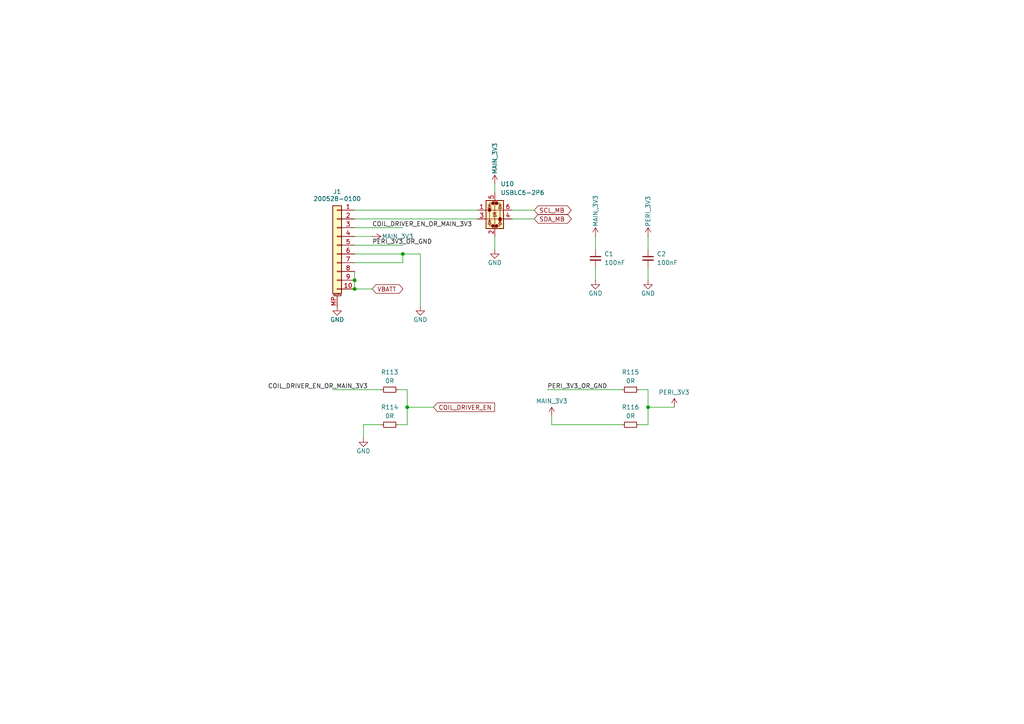
<source format=kicad_sch>
(kicad_sch (version 20231120) (generator "eeschema") (generator_version "8.0")
  (paper "A4")
  (lib_symbols
    (symbol "Connector_Generic_MountingPin:Conn_01x10_MountingPin" (pin_names (offset 1.016) hide)
      (property "Reference" "J" (at 0 12.7 0))
      (property "Value" "Conn_01x10_MountingPin" (at 1.27 -15.24 0))
      (symbol "Conn_01x10_MountingPin_1_1"
        (rectangle (start -1.27 -12.573) (end 0 -12.827) (stroke (width 0.1524)))
        (rectangle (start -1.27 -10.033) (end 0 -10.287) (stroke (width 0.1524)))
        (rectangle (start -1.27 -7.493) (end 0 -7.747) (stroke (width 0.1524)))
        (rectangle (start -1.27 -4.953) (end 0 -5.207) (stroke (width 0.1524)))
        (rectangle (start -1.27 -2.413) (end 0 -2.667) (stroke (width 0.1524)))
        (rectangle (start -1.27 0.127) (end 0 -0.127) (stroke (width 0.1524)))
        (rectangle (start -1.27 2.667) (end 0 2.413) (stroke (width 0.1524)))
        (rectangle (start -1.27 5.207) (end 0 4.953) (stroke (width 0.1524)))
        (rectangle (start -1.27 7.747) (end 0 7.493) (stroke (width 0.1524)))
        (rectangle (start -1.27 10.287) (end 0 10.033) (stroke (width 0.1524)))
        (rectangle (start -1.27 11.43) (end 1.27 -13.97) (stroke (width 0.254)) (fill (type background)))
        (polyline (pts (xy -1.016 -14.732) (xy 1.016 -14.732)) (stroke (width 0.1524)))
        (text "Mounting" (at 0 -14.351 0) (effects (font (size 0.381 0.381))))
        (pin passive line (at -5.08 10.16 0) (length 3.81) (name "Pin_1") (number "1"))
        (pin passive line (at -5.08 -12.7 0) (length 3.81) (name "Pin_10") (number "10"))
        (pin passive line (at -5.08 7.62 0) (length 3.81) (name "Pin_2") (number "2"))
        (pin passive line (at -5.08 5.08 0) (length 3.81) (name "Pin_3") (number "3"))
        (pin passive line (at -5.08 2.54 0) (length 3.81) (name "Pin_4") (number "4"))
        (pin passive line (at -5.08 0 0) (length 3.81) (name "Pin_5") (number "5"))
        (pin passive line (at -5.08 -2.54 0) (length 3.81) (name "Pin_6") (number "6"))
        (pin passive line (at -5.08 -5.08 0) (length 3.81) (name "Pin_7") (number "7"))
        (pin passive line (at -5.08 -7.62 0) (length 3.81) (name "Pin_8") (number "8"))
        (pin passive line (at -5.08 -10.16 0) (length 3.81) (name "Pin_9") (number "9"))
        (pin passive line (at 0 -17.78 90) (length 3.048) (name "MountPin") (number "MP"))
      )
    )
    (symbol "Device:C_Small" (pin_numbers hide) (pin_names (offset 0.254) hide)
      (property "Reference" "C" (at 0.254 1.778 0))
      (property "Value" "C_Small" (at 0.254 -2.032 0))
      (symbol "C_Small_0_1"
        (polyline (pts (xy -1.524 -0.508) (xy 1.524 -0.508)) (stroke (width 0.3302)))
        (polyline (pts (xy -1.524 0.508) (xy 1.524 0.508)) (stroke (width 0.3048)))
      )
      (symbol "C_Small_1_1"
        (pin passive line (at 0 2.54 270) (length 2.032) (name "~") (number "1"))
        (pin passive line (at 0 -2.54 90) (length 2.032) (name "~") (number "2"))
      )
    )
    (symbol "Device:R_Small" (pin_numbers hide) (pin_names (offset 0.254) hide)
      (property "Reference" "R" (at 0.762 0.508 0))
      (property "Value" "R_Small" (at 0.762 -1.016 0))
      (symbol "R_Small_0_1"
        (rectangle (start -0.762 1.778) (end 0.762 -1.778) (stroke (width 0.2032)))
      )
      (symbol "R_Small_1_1"
        (pin passive line (at 0 2.54 270) (length 0.762) (name "~") (number "1"))
        (pin passive line (at 0 -2.54 90) (length 0.762) (name "~") (number "2"))
      )
    )
    (symbol "Power_Protection:USBLC6-2P6" (pin_names hide)
      (property "Reference" "U" (at 0.635 5.715 0))
      (property "Value" "USBLC6-2P6" (at 0.635 3.81 0))
      (symbol "USBLC6-2P6_0_0"
        (circle (center -1.524 0) (radius 0.0001) (stroke (width 0.508)))
        (circle (center -0.508 -4.572) (radius 0.0001) (stroke (width 0.508)))
        (circle (center -0.508 2.032) (radius 0.0001) (stroke (width 0.508)))
        (circle (center 0.508 -4.572) (radius 0.0001) (stroke (width 0.508)))
        (circle (center 0.508 2.032) (radius 0.0001) (stroke (width 0.508)))
        (circle (center 1.524 -2.54) (radius 0.0001) (stroke (width 0.508)))
      )
      (symbol "USBLC6-2P6_0_1"
        (polyline (pts (xy -2.54 -2.54) (xy 2.54 -2.54)))
        (polyline (pts (xy -2.54 0) (xy 2.54 0)))
        (polyline (pts (xy -2.032 -3.048) (xy -1.016 -3.048)))
        (polyline (pts (xy -1.016 1.524) (xy -2.032 1.524)))
        (polyline (pts (xy 1.016 -3.048) (xy 2.032 -3.048)))
        (polyline (pts (xy 1.016 1.524) (xy 2.032 1.524)))
        (polyline (pts (xy -0.508 -1.143) (xy -0.508 -0.762) (xy 0.508 -0.762)))
        (polyline (pts (xy -2.032 0.508) (xy -1.016 0.508) (xy -1.524 1.524) (xy -2.032 0.508)))
        (polyline (pts (xy -1.016 -4.064) (xy -2.032 -4.064) (xy -1.524 -3.048) (xy -1.016 -4.064)))
        (polyline (pts (xy 0.508 -1.778) (xy -0.508 -1.778) (xy 0 -0.762) (xy 0.508 -1.778)))
        (polyline (pts (xy 2.032 -4.064) (xy 1.016 -4.064) (xy 1.524 -3.048) (xy 2.032 -4.064)))
        (polyline (pts (xy 2.032 0.508) (xy 1.016 0.508) (xy 1.524 1.524) (xy 2.032 0.508)))
        (polyline (pts (xy 0 2.54) (xy -0.508 2.032) (xy 0.508 2.032) (xy 0 1.524) (xy 0 -4.064) (xy -0.508 -4.572) (xy 0.508 -4.572) (xy 0 -5.08)))
      )
      (symbol "USBLC6-2P6_1_1"
        (rectangle (start -2.54 2.794) (end 2.54 -5.334) (stroke (width 0.254)) (fill (type background)))
        (polyline (pts (xy -0.508 2.032) (xy -1.524 2.032) (xy -1.524 -4.572) (xy -0.508 -4.572)))
        (polyline (pts (xy 0.508 -4.572) (xy 1.524 -4.572) (xy 1.524 2.032) (xy 0.508 2.032)))
        (pin passive line (at -5.08 0 0) (length 2.54) (name "I/O1") (number "1"))
        (pin passive line (at 0 -7.62 90) (length 2.54) (name "GND") (number "2"))
        (pin passive line (at -5.08 -2.54 0) (length 2.54) (name "I/O2") (number "3"))
        (pin passive line (at 5.08 -2.54 180) (length 2.54) (name "I/O2") (number "4"))
        (pin passive line (at 0 5.08 270) (length 2.54) (name "VBUS") (number "5"))
        (pin passive line (at 5.08 0 180) (length 2.54) (name "I/O1") (number "6"))
      )
    )
    (symbol "power:+3.3V" (power) (pin_numbers hide) (pin_names (offset 0) hide)
      (property "Value" "+3.3V" (at 0 3.556 0))
      (symbol "+3.3V_0_1"
        (polyline (pts (xy -0.762 1.27) (xy 0 2.54)))
        (polyline (pts (xy 0 0) (xy 0 2.54)))
        (polyline (pts (xy 0 2.54) (xy 0.762 1.27)))
      )
      (symbol "+3.3V_1_1"
        (pin power_in line (at 0 0 90) (length 0) (name "~") (number "1"))
      )
    )
    (symbol "power:GND" (power) (pin_numbers hide) (pin_names (offset 0) hide)
      (property "Value" "GND" (at 0 -3.81 0))
      (symbol "GND_0_1"
        (polyline (pts (xy 0 0) (xy 0 -1.27) (xy 1.27 -1.27) (xy 0 -2.54) (xy -1.27 -1.27) (xy 0 -1.27)))
      )
      (symbol "GND_1_1"
        (pin power_in line (at 0 0 270) (length 0) (name "~") (number "1"))
      )
    )
  )
  (junction (at 187.96 118.11))
  (junction (at 116.84 73.66))
  (junction (at 118.11 118.11))
  (junction (at 102.87 81.28))
  (junction (at 102.87 83.82))
  (wire (pts (xy 96.52 113.03) (xy 110.49 113.03)))
  (wire (pts (xy 102.87 81.28) (xy 102.87 83.82)))
  (wire (pts (xy 187.96 68.58) (xy 187.96 72.39)))
  (wire (pts (xy 102.87 76.2) (xy 116.84 76.2)))
  (wire (pts (xy 102.87 60.96) (xy 138.43 60.96)))
  (wire (pts (xy 187.96 113.03) (xy 187.96 118.11)))
  (wire (pts (xy 160.02 120.65) (xy 160.02 123.19)))
  (wire (pts (xy 102.87 63.5) (xy 138.43 63.5)))
  (wire (pts (xy 187.96 123.19) (xy 185.42 123.19)))
  (wire (pts (xy 148.59 63.5) (xy 154.94 63.5)))
  (wire (pts (xy 172.72 68.58) (xy 172.72 72.39)))
  (wire (pts (xy 102.87 83.82) (xy 107.95 83.82)))
  (wire (pts (xy 172.72 77.47) (xy 172.72 81.28)))
  (wire (pts (xy 116.84 73.66) (xy 121.92 73.66)))
  (wire (pts (xy 185.42 113.03) (xy 187.96 113.03)))
  (wire (pts (xy 102.87 71.12) (xy 116.84 71.12)))
  (wire (pts (xy 187.96 118.11) (xy 195.58 118.11)))
  (wire (pts (xy 116.84 76.2) (xy 116.84 73.66)))
  (wire (pts (xy 118.11 123.19) (xy 115.57 123.19)))
  (wire (pts (xy 118.11 113.03) (xy 118.11 118.11)))
  (wire (pts (xy 105.41 123.19) (xy 105.41 127)))
  (wire (pts (xy 143.51 53.34) (xy 143.51 55.88)))
  (wire (pts (xy 158.75 113.03) (xy 180.34 113.03)))
  (wire (pts (xy 115.57 113.03) (xy 118.11 113.03)))
  (wire (pts (xy 148.59 60.96) (xy 154.94 60.96)))
  (wire (pts (xy 121.92 73.66) (xy 121.92 88.9)))
  (wire (pts (xy 160.02 123.19) (xy 180.34 123.19)))
  (wire (pts (xy 107.95 68.58) (xy 102.87 68.58)))
  (wire (pts (xy 118.11 118.11) (xy 118.11 123.19)))
  (wire (pts (xy 143.51 68.58) (xy 143.51 72.39)))
  (wire (pts (xy 102.87 78.74) (xy 102.87 81.28)))
  (wire (pts (xy 187.96 118.11) (xy 187.96 123.19)))
  (wire (pts (xy 102.87 73.66) (xy 116.84 73.66)))
  (wire (pts (xy 102.87 66.04) (xy 116.84 66.04)))
  (wire (pts (xy 110.49 123.19) (xy 105.41 123.19)))
  (wire (pts (xy 187.96 77.47) (xy 187.96 81.28)))
  (wire (pts (xy 118.11 118.11) (xy 125.73 118.11)))
  (label "COIL_DRIVER_EN_OR_MAIN_3V3" (at 107.95 66.04 0))
  (label "PERI_3V3_OR_GND" (at 107.95 71.12 0))
  (label "PERI_3V3_OR_GND" (at 158.75 113.03 0))
  (label "COIL_DRIVER_EN_OR_MAIN_3V3" (at 106.68 113.03 180))
  (global_label "SDA_MB" (shape bidirectional) (at 154.94 63.5 0) (property "Intersheetrefs" "${INTERSHEET_REFS}" (effects (hide yes))))
  (global_label "COIL_DRIVER_EN" (shape input) (at 125.73 118.11 0) (property "Intersheetrefs" "${INTERSHEET_REFS}" (effects (hide yes))))
  (global_label "VBATT" (shape bidirectional) (at 107.95 83.82 0) (property "Intersheetrefs" "${INTERSHEET_REFS}" (effects (hide yes))))
  (global_label "SCL_MB" (shape bidirectional) (at 154.94 60.96 0) (property "Intersheetrefs" "${INTERSHEET_REFS}" (effects (hide yes))))
  (symbol (lib_id "Device:C_Small") (at 172.72 74.93 0) (unit 1)
    (property "Reference" "C1" (at 175.26 73.6662 0) (effects (justify left)))
    (property "Value" "100nF" (at 175.26 76.2062 0) (effects (justify left)))
    (property "Footprint" "Capacitor_SMD:C_0603_1608Metric" (effects (hide yes)))
    (property "Description" "Unpolarized capacitor, small symbol" (effects (hide yes)))
  )
  (symbol (lib_id "power:+3.3V") (at 172.72 68.58 0) (mirror y) (unit 1)
    (property "Reference" "#SUPPLY06" (effects (hide yes)))
    (property "Value" "MAIN_3V3" (at 172.72 65.786 90) (effects (justify left)))
    (property "Description" "Power symbol creates a global label with name \"+3.3V\"" (effects (hide yes)))
  )
  (symbol (lib_id "power:+3.3V") (at 143.51 53.34 0) (mirror y) (unit 1)
    (property "Reference" "#SUPPLY02" (effects (hide yes)))
    (property "Value" "MAIN_3V3" (at 143.51 50.546 90) (effects (justify left)))
    (property "Description" "Power symbol creates a global label with name \"+3.3V\"" (effects (hide yes)))
  )
  (symbol (lib_id "Device:R_Small") (at 113.03 113.03 90) (unit 1)
    (property "Reference" "R113" (at 113.03 107.95 90))
    (property "Value" "0R" (at 113.03 110.49 90))
    (property "Footprint" "Resistor_SMD:R_0603_1608Metric" (effects (hide yes)))
    (property "Description" "Resistor, small symbol" (effects (hide yes)))
  )
  (symbol (lib_id "Device:R_Small") (at 182.88 113.03 90) (unit 1)
    (property "Reference" "R115" (at 182.88 107.95 90))
    (property "Value" "0R" (at 182.88 110.49 90))
    (property "Footprint" "Resistor_SMD:R_0603_1608Metric" (effects (hide yes)))
    (property "Description" "Resistor, small symbol" (effects (hide yes)))
  )
  (symbol (lib_id "Connector_Generic_MountingPin:Conn_01x10_MountingPin") (at 97.79 71.12 0) (mirror y) (unit 1)
    (property "Reference" "J1" (at 97.79 55.626 0))
    (property "Value" "200528-0100" (at 97.79 57.658 0))
    (property "Footprint" "Argus-Connectors:Molex_200528-0100_1x10-1MP_P1.00mm_Horizontal" (effects (hide yes)))
    (property "Description" "Generic connectable mounting pin connector, single row, 01x10, script generated (kicad-library-utils/schlib/autogen/connector/)" (effects (hide yes)))
  )
  (symbol (lib_id "power:GND") (at 143.51 72.39 0) (mirror y) (unit 1)
    (property "Reference" "#PWR063" (effects (hide yes)))
    (property "Value" "GND" (at 143.51 76.2 0))
    (property "Description" "Power symbol creates a global label with name \"GND\" , ground" (effects (hide yes)))
  )
  (symbol (lib_id "power:GND") (at 187.96 81.28 0) (mirror y) (unit 1)
    (property "Reference" "#PWR065" (effects (hide yes)))
    (property "Value" "GND" (at 187.96 85.09 0))
    (property "Description" "Power symbol creates a global label with name \"GND\" , ground" (effects (hide yes)))
  )
  (symbol (lib_id "Device:C_Small") (at 187.96 74.93 0) (unit 1)
    (property "Reference" "C2" (at 190.5 73.6662 0) (effects (justify left)))
    (property "Value" "100nF" (at 190.5 76.2062 0) (effects (justify left)))
    (property "Footprint" "Capacitor_SMD:C_0603_1608Metric" (effects (hide yes)))
    (property "Description" "Unpolarized capacitor, small symbol" (effects (hide yes)))
  )
  (symbol (lib_id "power:+3.3V") (at 195.58 118.11 0) (unit 1)
    (property "Reference" "#SUPPLY08" (effects (hide yes)))
    (property "Value" "PERI_3V3" (at 191.008 113.792 0) (effects (justify left)))
    (property "Description" "Power symbol creates a global label with name \"+3.3V\"" (effects (hide yes)))
  )
  (symbol (lib_id "power:+3.3V") (at 160.02 120.65 0) (unit 1)
    (property "Reference" "#SUPPLY05" (effects (hide yes)))
    (property "Value" "MAIN_3V3" (at 155.448 116.332 0) (effects (justify left)))
    (property "Description" "Power symbol creates a global label with name \"+3.3V\"" (effects (hide yes)))
  )
  (symbol (lib_id "Device:R_Small") (at 113.03 123.19 90) (unit 1)
    (property "Reference" "R114" (at 113.03 118.11 90))
    (property "Value" "0R" (at 113.03 120.65 90))
    (property "Footprint" "Resistor_SMD:R_0603_1608Metric" (effects (hide yes)))
    (property "Description" "Resistor, small symbol" (effects (hide yes)))
  )
  (symbol (lib_id "power:GND") (at 121.92 88.9 0) (mirror y) (unit 1)
    (property "Reference" "#PWR061" (effects (hide yes)))
    (property "Value" "GND" (at 121.92 92.71 0))
    (property "Description" "Power symbol creates a global label with name \"GND\" , ground" (effects (hide yes)))
  )
  (symbol (lib_id "power:GND") (at 105.41 127 0) (mirror y) (unit 1)
    (property "Reference" "#PWR059" (effects (hide yes)))
    (property "Value" "GND" (at 105.41 130.81 0))
    (property "Description" "Power symbol creates a global label with name \"GND\" , ground" (effects (hide yes)))
  )
  (symbol (lib_id "Power_Protection:USBLC6-2P6") (at 143.51 60.96 0) (unit 1)
    (property "Reference" "U10" (at 145.1611 53.34 0) (effects (justify left)))
    (property "Value" "USBLC6-2P6" (at 145.1611 55.88 0) (effects (justify left)))
    (property "Footprint" "Package_TO_SOT_SMD:SOT-666" (effects (hide yes)))
    (property "Datasheet" "https://www.st.com/resource/en/datasheet/usblc6-2.pdf" (effects (hide yes)))
    (property "Description" "Very low capacitance ESD protection diode, 2 data-line, SOT-666" (effects (hide yes)))
  )
  (symbol (lib_id "Device:R_Small") (at 182.88 123.19 90) (unit 1)
    (property "Reference" "R116" (at 182.88 118.11 90))
    (property "Value" "0R" (at 182.88 120.65 90))
    (property "Footprint" "Resistor_SMD:R_0603_1608Metric" (effects (hide yes)))
    (property "Description" "Resistor, small symbol" (effects (hide yes)))
  )
  (symbol (lib_id "power:+3.3V") (at 107.95 68.58 270) (mirror x) (unit 1)
    (property "Reference" "#SUPPLY01" (effects (hide yes)))
    (property "Value" "MAIN_3V3" (at 110.744 68.58 90) (effects (justify left)))
    (property "Description" "Power symbol creates a global label with name \"+3.3V\"" (effects (hide yes)))
  )
  (symbol (lib_id "power:+3.3V") (at 187.96 68.58 0) (mirror y) (unit 1)
    (property "Reference" "#SUPPLY07" (effects (hide yes)))
    (property "Value" "PERI_3V3" (at 187.96 65.786 90) (effects (justify left)))
    (property "Description" "Power symbol creates a global label with name \"+3.3V\"" (effects (hide yes)))
  )
  (symbol (lib_id "power:GND") (at 172.72 81.28 0) (mirror y) (unit 1)
    (property "Reference" "#PWR064" (effects (hide yes)))
    (property "Value" "GND" (at 172.72 85.09 0))
    (property "Description" "Power symbol creates a global label with name \"GND\" , ground" (effects (hide yes)))
  )
  (symbol (lib_id "power:GND") (at 97.79 88.9 0) (unit 1)
    (property "Reference" "#PWR03" (effects (hide yes)))
    (property "Value" "GND" (at 97.79 92.71 0))
    (property "Description" "Power symbol creates a global label with name \"GND\" , ground" (effects (hide yes)))
  )
)
</source>
